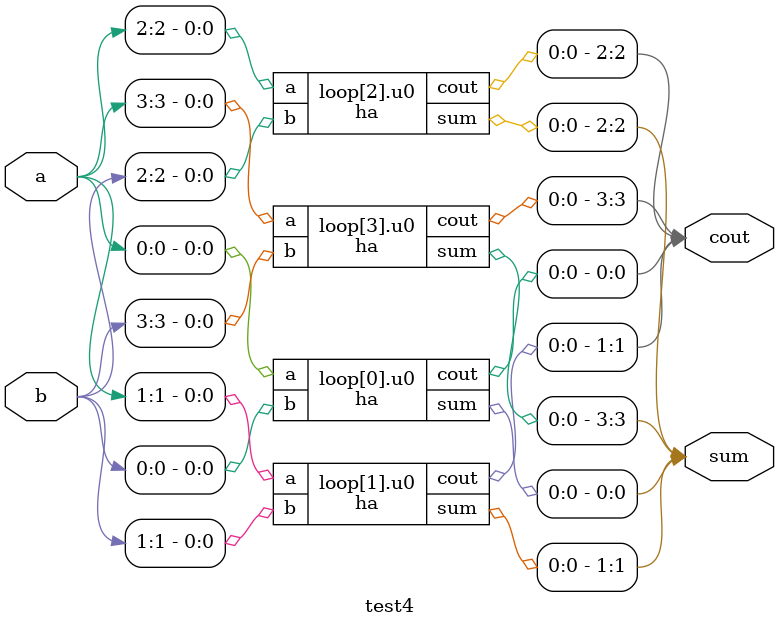
<source format=v>
module ha(input a,b, 
output sum,cout);
assign sum=a^b;
assign cout=a&b;
endmodule
module test4 #(parameter N=4)
(input [N-1:0] a,b,
output [N-1:0] sum,cout);
genvar i;
generate
for (i=0;i<N;i=i+1)
begin :loop
ha u0(a[i],b[i],sum[i],cout[i]);
end
endgenerate
endmodule

</source>
